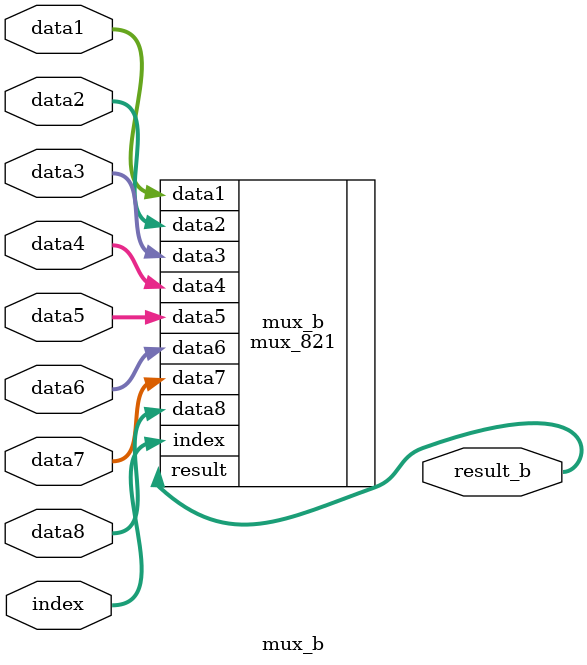
<source format=v>
`timescale 1ns / 1ps

module mux_b(
    input [31:0] data1,
    input [31:0] data2,
    input [31:0] data3,
    input [31:0] data4,
    input [31:0] data5,
    input [31:0] data6,
    input [31:0] data7,
    input [31:0] data8,
    input [2:0] index,
    output [31:0] result_b
    );

    mux_821 mux_b(
        .data1(data1),
        .data2(data2),
        .data3(data3),
        .data4(data4),
        .data5(data5),
        .data6(data6),
        .data7(data7),
        .data8(data8),
        .index(index),
        .result(result_b)
    );

endmodule

</source>
